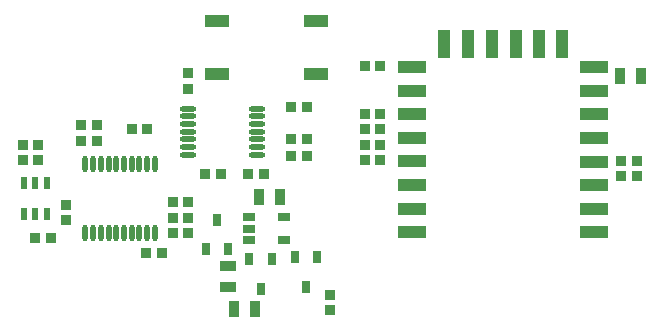
<source format=gbr>
%TF.GenerationSoftware,Altium Limited,Altium Designer,20.1.8 (145)*%
G04 Layer_Color=12040119*
%FSLAX45Y45*%
%MOMM*%
%TF.SameCoordinates,4FE69ECD-ABF1-445D-A2E8-605A74DE355E*%
%TF.FilePolarity,Positive*%
%TF.FileFunction,Paste,Top*%
%TF.Part,Single*%
G01*
G75*
%TA.AperFunction,SMDPad,CuDef*%
%ADD10O,0.45000X1.40000*%
%ADD11O,1.40000X0.45000*%
G04:AMPARAMS|DCode=12|XSize=2.1mm|YSize=1mm|CornerRadius=0.05mm|HoleSize=0mm|Usage=FLASHONLY|Rotation=180.000|XOffset=0mm|YOffset=0mm|HoleType=Round|Shape=RoundedRectangle|*
%AMROUNDEDRECTD12*
21,1,2.10000,0.90000,0,0,180.0*
21,1,2.00000,1.00000,0,0,180.0*
1,1,0.10000,-1.00000,0.45000*
1,1,0.10000,1.00000,0.45000*
1,1,0.10000,1.00000,-0.45000*
1,1,0.10000,-1.00000,-0.45000*
%
%ADD12ROUNDEDRECTD12*%
G04:AMPARAMS|DCode=13|XSize=0.6mm|YSize=1.05mm|CornerRadius=0.03mm|HoleSize=0mm|Usage=FLASHONLY|Rotation=90.000|XOffset=0mm|YOffset=0mm|HoleType=Round|Shape=RoundedRectangle|*
%AMROUNDEDRECTD13*
21,1,0.60000,0.99000,0,0,90.0*
21,1,0.54000,1.05000,0,0,90.0*
1,1,0.06000,0.49500,0.27000*
1,1,0.06000,0.49500,-0.27000*
1,1,0.06000,-0.49500,-0.27000*
1,1,0.06000,-0.49500,0.27000*
%
%ADD13ROUNDEDRECTD13*%
G04:AMPARAMS|DCode=14|XSize=0.5mm|YSize=1.05mm|CornerRadius=0.025mm|HoleSize=0mm|Usage=FLASHONLY|Rotation=180.000|XOffset=0mm|YOffset=0mm|HoleType=Round|Shape=RoundedRectangle|*
%AMROUNDEDRECTD14*
21,1,0.50000,1.00000,0,0,180.0*
21,1,0.45000,1.05000,0,0,180.0*
1,1,0.05000,-0.22500,0.50000*
1,1,0.05000,0.22500,0.50000*
1,1,0.05000,0.22500,-0.50000*
1,1,0.05000,-0.22500,-0.50000*
%
%ADD14ROUNDEDRECTD14*%
G04:AMPARAMS|DCode=15|XSize=0.6mm|YSize=1.1mm|CornerRadius=0.03mm|HoleSize=0mm|Usage=FLASHONLY|Rotation=0.000|XOffset=0mm|YOffset=0mm|HoleType=Round|Shape=RoundedRectangle|*
%AMROUNDEDRECTD15*
21,1,0.60000,1.04000,0,0,0.0*
21,1,0.54000,1.10000,0,0,0.0*
1,1,0.06000,0.27000,-0.52000*
1,1,0.06000,-0.27000,-0.52000*
1,1,0.06000,-0.27000,0.52000*
1,1,0.06000,0.27000,0.52000*
%
%ADD15ROUNDEDRECTD15*%
G04:AMPARAMS|DCode=16|XSize=0.85mm|YSize=0.85mm|CornerRadius=0.0425mm|HoleSize=0mm|Usage=FLASHONLY|Rotation=90.000|XOffset=0mm|YOffset=0mm|HoleType=Round|Shape=RoundedRectangle|*
%AMROUNDEDRECTD16*
21,1,0.85000,0.76500,0,0,90.0*
21,1,0.76500,0.85000,0,0,90.0*
1,1,0.08500,0.38250,0.38250*
1,1,0.08500,0.38250,-0.38250*
1,1,0.08500,-0.38250,-0.38250*
1,1,0.08500,-0.38250,0.38250*
%
%ADD16ROUNDEDRECTD16*%
%TA.AperFunction,ConnectorPad*%
G04:AMPARAMS|DCode=17|XSize=1.1mm|YSize=2.3mm|CornerRadius=0.0055mm|HoleSize=0mm|Usage=FLASHONLY|Rotation=270.000|XOffset=0mm|YOffset=0mm|HoleType=Round|Shape=RoundedRectangle|*
%AMROUNDEDRECTD17*
21,1,1.10000,2.28900,0,0,270.0*
21,1,1.08900,2.30000,0,0,270.0*
1,1,0.01100,-1.14450,-0.54450*
1,1,0.01100,-1.14450,0.54450*
1,1,0.01100,1.14450,0.54450*
1,1,0.01100,1.14450,-0.54450*
%
%ADD17ROUNDEDRECTD17*%
G04:AMPARAMS|DCode=18|XSize=1.1mm|YSize=2.3mm|CornerRadius=0.0055mm|HoleSize=0mm|Usage=FLASHONLY|Rotation=0.000|XOffset=0mm|YOffset=0mm|HoleType=Round|Shape=RoundedRectangle|*
%AMROUNDEDRECTD18*
21,1,1.10000,2.28900,0,0,0.0*
21,1,1.08900,2.30000,0,0,0.0*
1,1,0.01100,0.54450,-1.14450*
1,1,0.01100,-0.54450,-1.14450*
1,1,0.01100,-0.54450,1.14450*
1,1,0.01100,0.54450,1.14450*
%
%ADD18ROUNDEDRECTD18*%
%TA.AperFunction,SMDPad,CuDef*%
G04:AMPARAMS|DCode=19|XSize=0.85mm|YSize=0.9mm|CornerRadius=0.0425mm|HoleSize=0mm|Usage=FLASHONLY|Rotation=270.000|XOffset=0mm|YOffset=0mm|HoleType=Round|Shape=RoundedRectangle|*
%AMROUNDEDRECTD19*
21,1,0.85000,0.81500,0,0,270.0*
21,1,0.76500,0.90000,0,0,270.0*
1,1,0.08500,-0.40750,-0.38250*
1,1,0.08500,-0.40750,0.38250*
1,1,0.08500,0.40750,0.38250*
1,1,0.08500,0.40750,-0.38250*
%
%ADD19ROUNDEDRECTD19*%
G04:AMPARAMS|DCode=20|XSize=0.85mm|YSize=0.85mm|CornerRadius=0.0425mm|HoleSize=0mm|Usage=FLASHONLY|Rotation=180.000|XOffset=0mm|YOffset=0mm|HoleType=Round|Shape=RoundedRectangle|*
%AMROUNDEDRECTD20*
21,1,0.85000,0.76500,0,0,180.0*
21,1,0.76500,0.85000,0,0,180.0*
1,1,0.08500,-0.38250,0.38250*
1,1,0.08500,0.38250,0.38250*
1,1,0.08500,0.38250,-0.38250*
1,1,0.08500,-0.38250,-0.38250*
%
%ADD20ROUNDEDRECTD20*%
G04:AMPARAMS|DCode=21|XSize=1.275mm|YSize=0.9mm|CornerRadius=0.045mm|HoleSize=0mm|Usage=FLASHONLY|Rotation=90.000|XOffset=0mm|YOffset=0mm|HoleType=Round|Shape=RoundedRectangle|*
%AMROUNDEDRECTD21*
21,1,1.27500,0.81000,0,0,90.0*
21,1,1.18500,0.90000,0,0,90.0*
1,1,0.09000,0.40500,0.59250*
1,1,0.09000,0.40500,-0.59250*
1,1,0.09000,-0.40500,-0.59250*
1,1,0.09000,-0.40500,0.59250*
%
%ADD21ROUNDEDRECTD21*%
G04:AMPARAMS|DCode=23|XSize=1.275mm|YSize=0.9mm|CornerRadius=0.045mm|HoleSize=0mm|Usage=FLASHONLY|Rotation=180.000|XOffset=0mm|YOffset=0mm|HoleType=Round|Shape=RoundedRectangle|*
%AMROUNDEDRECTD23*
21,1,1.27500,0.81000,0,0,180.0*
21,1,1.18500,0.90000,0,0,180.0*
1,1,0.09000,-0.59250,0.40500*
1,1,0.09000,0.59250,0.40500*
1,1,0.09000,0.59250,-0.40500*
1,1,0.09000,-0.59250,-0.40500*
%
%ADD23ROUNDEDRECTD23*%
G04:AMPARAMS|DCode=24|XSize=0.85mm|YSize=0.9mm|CornerRadius=0.0425mm|HoleSize=0mm|Usage=FLASHONLY|Rotation=0.000|XOffset=0mm|YOffset=0mm|HoleType=Round|Shape=RoundedRectangle|*
%AMROUNDEDRECTD24*
21,1,0.85000,0.81500,0,0,0.0*
21,1,0.76500,0.90000,0,0,0.0*
1,1,0.08500,0.38250,-0.40750*
1,1,0.08500,-0.38250,-0.40750*
1,1,0.08500,-0.38250,0.40750*
1,1,0.08500,0.38250,0.40750*
%
%ADD24ROUNDEDRECTD24*%
D10*
X1343980Y1453300D02*
D03*
X1278980D02*
D03*
X1213980D02*
D03*
X1148980D02*
D03*
X1083980D02*
D03*
X1018980D02*
D03*
X953980D02*
D03*
X888980D02*
D03*
X823980D02*
D03*
X758980D02*
D03*
X1343980Y868300D02*
D03*
X1278980D02*
D03*
X1213980D02*
D03*
X1148980D02*
D03*
X1083980D02*
D03*
X1018980D02*
D03*
X953980D02*
D03*
X888980D02*
D03*
X823980D02*
D03*
X758980D02*
D03*
D11*
X1624400Y1924040D02*
D03*
Y1859040D02*
D03*
Y1794040D02*
D03*
Y1729040D02*
D03*
Y1664040D02*
D03*
Y1599040D02*
D03*
Y1534040D02*
D03*
X2214400Y1924040D02*
D03*
Y1859040D02*
D03*
Y1794040D02*
D03*
Y1729040D02*
D03*
Y1664040D02*
D03*
Y1599040D02*
D03*
Y1534040D02*
D03*
D12*
X1872639Y2667784D02*
D03*
X2712638D02*
D03*
X1872639Y2217784D02*
D03*
X2712638D02*
D03*
D13*
X2146080Y1004320D02*
D03*
Y909320D02*
D03*
Y814320D02*
D03*
X2436080D02*
D03*
Y1004320D02*
D03*
D14*
X239981Y1297943D02*
D03*
X334982D02*
D03*
X429981D02*
D03*
Y1032943D02*
D03*
X334982D02*
D03*
X239981D02*
D03*
D15*
X2531360Y668980D02*
D03*
X2721360D02*
D03*
X2626360Y418980D02*
D03*
X2242150Y399861D02*
D03*
X2337150Y649861D02*
D03*
X2147150D02*
D03*
X1871980Y986060D02*
D03*
X1776980Y736060D02*
D03*
X1966980D02*
D03*
D16*
X3252128Y2283707D02*
D03*
X3122128D02*
D03*
X1626060Y871220D02*
D03*
X1496060D02*
D03*
X1496060Y1003300D02*
D03*
X1626060D02*
D03*
X3124534Y1619398D02*
D03*
X3254533Y1619398D02*
D03*
Y1489557D02*
D03*
X3124534Y1489558D02*
D03*
X2631440Y1666383D02*
D03*
X2501440D02*
D03*
X2631440Y1528025D02*
D03*
X2501440D02*
D03*
X1280160Y1752600D02*
D03*
X1150160D02*
D03*
X2631440Y1943100D02*
D03*
X2501440D02*
D03*
X1496060Y1135380D02*
D03*
X1626060D02*
D03*
X3124534Y1878398D02*
D03*
X3254534D02*
D03*
Y1748558D02*
D03*
X3124534D02*
D03*
X464982Y833120D02*
D03*
X334982D02*
D03*
D17*
X5066577Y878629D02*
D03*
Y2074969D02*
D03*
X3524477Y2278169D02*
D03*
X5066577Y1076749D02*
D03*
Y1277409D02*
D03*
Y1475529D02*
D03*
Y1678729D02*
D03*
Y1876849D02*
D03*
Y2275629D02*
D03*
X3524477Y2077509D02*
D03*
Y1879389D02*
D03*
X3527017Y1678729D02*
D03*
Y1478069D02*
D03*
Y1279949D02*
D03*
Y1076749D02*
D03*
Y878629D02*
D03*
D18*
X4797177Y2473909D02*
D03*
X4599057Y2473909D02*
D03*
X4400937Y2473909D02*
D03*
X4197737D02*
D03*
X3999617Y2473909D02*
D03*
X3796417Y2473909D02*
D03*
D19*
X1273171Y699689D02*
D03*
X1408171D02*
D03*
X2273211Y1369780D02*
D03*
X2138211D02*
D03*
X1767640D02*
D03*
X1902640D02*
D03*
D20*
X226683Y1616583D02*
D03*
Y1486583D02*
D03*
X356327Y1486583D02*
D03*
Y1616583D02*
D03*
X719138Y1652505D02*
D03*
Y1782505D02*
D03*
X2831820Y351068D02*
D03*
Y221068D02*
D03*
X5295092Y1483609D02*
D03*
Y1353609D02*
D03*
X859540Y1652505D02*
D03*
Y1782505D02*
D03*
X5425092Y1483609D02*
D03*
Y1353609D02*
D03*
X592061Y1109980D02*
D03*
Y979980D02*
D03*
D21*
X2402466Y1179636D02*
D03*
X2227226D02*
D03*
X5287472Y2204509D02*
D03*
X5462712D02*
D03*
X2193005Y226060D02*
D03*
X2017765D02*
D03*
D23*
X1968491Y591980D02*
D03*
Y416740D02*
D03*
D24*
X1630490Y2224150D02*
D03*
Y2089150D02*
D03*
%TF.MD5,29884fe7e9f61b395404498c1f304d7d*%
M02*

</source>
